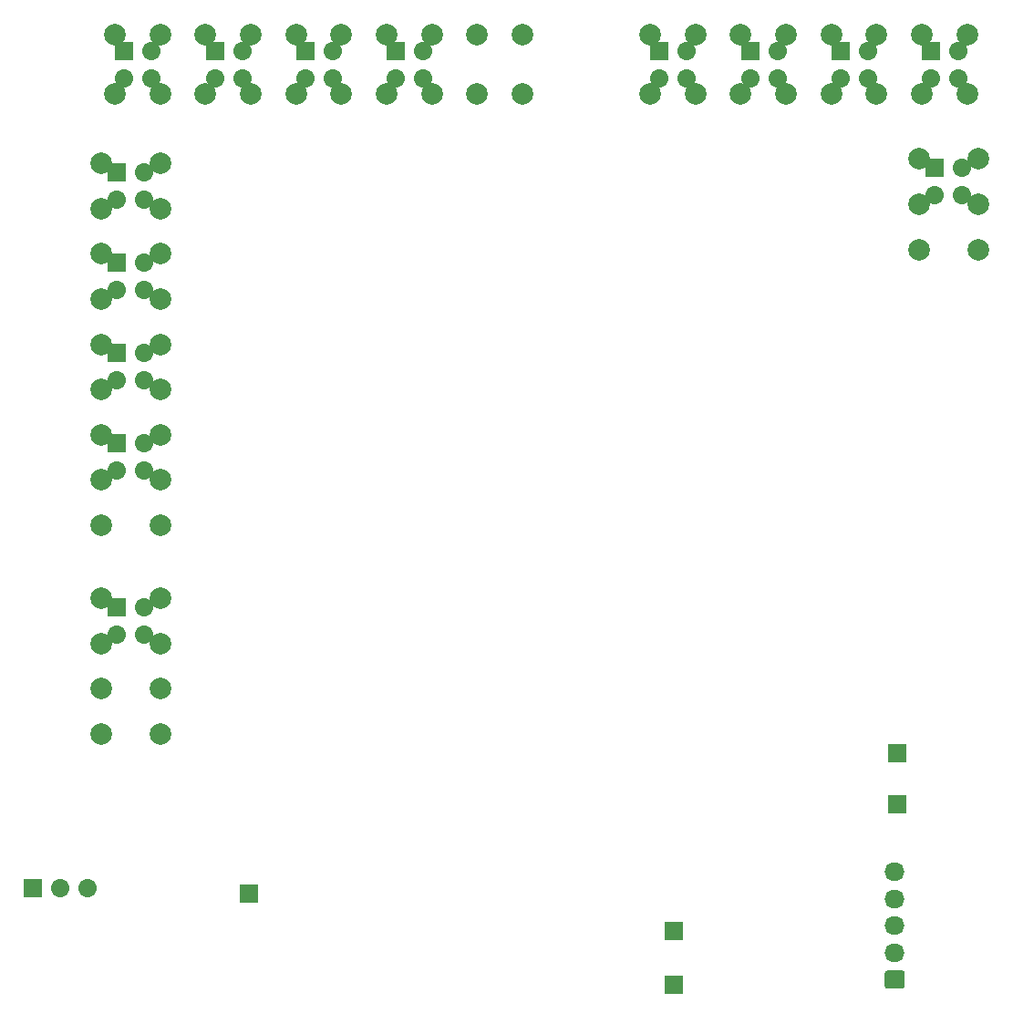
<source format=gtl>
G04 #@! TF.GenerationSoftware,KiCad,Pcbnew,7.0.9*
G04 #@! TF.CreationDate,2024-02-13T07:44:27+03:00*
G04 #@! TF.ProjectId,hellen1-uaefi,68656c6c-656e-4312-9d75-616566692e6b,rev?*
G04 #@! TF.SameCoordinates,PX55d4a80PY8f0d180*
G04 #@! TF.FileFunction,Copper,L1,Top*
G04 #@! TF.FilePolarity,Positive*
%FSLAX46Y46*%
G04 Gerber Fmt 4.6, Leading zero omitted, Abs format (unit mm)*
G04 Created by KiCad (PCBNEW 7.0.9) date 2024-02-13 07:44:27*
%MOMM*%
%LPD*%
G01*
G04 APERTURE LIST*
G04 #@! TA.AperFunction,ComponentPad*
%ADD10C,2.000000*%
G04 #@! TD*
G04 #@! TA.AperFunction,ComponentPad*
%ADD11C,1.700000*%
G04 #@! TD*
G04 #@! TA.AperFunction,ComponentPad*
%ADD12O,1.850000X1.700000*%
G04 #@! TD*
G04 #@! TA.AperFunction,ComponentPad*
%ADD13R,1.700000X1.700000*%
G04 #@! TD*
G04 #@! TA.AperFunction,ComponentPad*
%ADD14O,1.700000X1.700000*%
G04 #@! TD*
G04 #@! TA.AperFunction,Conductor*
%ADD15C,0.500000*%
G04 #@! TD*
G04 #@! TA.AperFunction,Conductor*
%ADD16C,0.200000*%
G04 #@! TD*
G04 APERTURE END LIST*
D10*
G04 #@! TO.P,P809,1,Pin_1*
G04 #@! TO.N,/GND_A4*
X9300126Y38400000D03*
G04 #@! TD*
G04 #@! TO.P,M801,A1,OUT_DC1-*
G04 #@! TO.N,/OUT_DC1-*
X9300126Y25800000D03*
G04 #@! TO.P,M801,A2,OUT_DC2-*
G04 #@! TO.N,/OUT_DC2-*
X9300126Y30000000D03*
G04 #@! TO.P,M801,A3,GND*
G04 #@! TO.N,/GND_A3*
X9300126Y34200000D03*
D11*
X10800126Y35050000D03*
D10*
G04 #@! TO.P,M801,A4,GND*
G04 #@! TO.N,/GND_A4*
X9300126Y38400000D03*
D11*
X10800126Y37590000D03*
D10*
G04 #@! TO.P,M801,A5,OUT_DC1+*
G04 #@! TO.N,/OUT_DC1+*
X14800126Y25800000D03*
G04 #@! TO.P,M801,A6,OUT_DC2+*
G04 #@! TO.N,/OUT_DC2+*
X14800126Y30000000D03*
D11*
G04 #@! TO.P,M801,A7,IN_VIGN*
G04 #@! TO.N,/12V_KEY*
X13340126Y35050000D03*
D10*
X14800126Y34200000D03*
D11*
G04 #@! TO.P,M801,A8,IN_V_MAIN*
G04 #@! TO.N,/12V*
X13340126Y37590000D03*
D10*
X14800126Y38400000D03*
G04 #@! TO.P,M801,B1,OUT_INJ6*
G04 #@! TO.N,/OUT_INJ6*
X9300126Y45200000D03*
G04 #@! TO.P,M801,B2,OUT_INJ5*
G04 #@! TO.N,/OUT_INJ5*
X9300126Y49400000D03*
D11*
X10800126Y50250000D03*
D10*
G04 #@! TO.P,M801,B3,OUT_INJ4*
G04 #@! TO.N,/OUT_INJ4*
X9300126Y53600000D03*
D11*
X10800126Y52790000D03*
D10*
G04 #@! TO.P,M801,B4,OUT_INJ3*
G04 #@! TO.N,/OUT_INJ3*
X9300126Y57800000D03*
D11*
X10800126Y58650000D03*
D10*
G04 #@! TO.P,M801,B5,OUT_INJ2*
G04 #@! TO.N,/OUT_INJ2*
X9300126Y62000000D03*
D11*
X10800126Y61190000D03*
D10*
G04 #@! TO.P,M801,B6,OUT_INJ1*
G04 #@! TO.N,/OUT_INJ1*
X9300126Y66200000D03*
D11*
X10800126Y67050000D03*
D10*
G04 #@! TO.P,M801,B7,OUT_LS1*
G04 #@! TO.N,/OUT_LS1*
X9300126Y70400000D03*
D11*
X10800126Y69590000D03*
D10*
G04 #@! TO.P,M801,B8,OUT_LS_WEAK2*
G04 #@! TO.N,/OUT_LS_HOT2*
X9300126Y74600000D03*
D11*
X10800126Y75450000D03*
D10*
G04 #@! TO.P,M801,B9,OUT_LS_WEAK1*
G04 #@! TO.N,/OUT_LS_HOT1*
X9300126Y78800000D03*
D11*
X10800126Y77990000D03*
D10*
G04 #@! TO.P,M801,B10,OUT_IGN6*
G04 #@! TO.N,/OUT_IGN6*
X14800126Y45200000D03*
D11*
G04 #@! TO.P,M801,B11,OUT_IGN4*
G04 #@! TO.N,/OUT_IGN4*
X13340126Y50250000D03*
D10*
X14800126Y49400000D03*
D11*
G04 #@! TO.P,M801,B12,OUT_IGN3*
G04 #@! TO.N,/OUT_IGN3*
X13340126Y52790000D03*
D10*
X14800126Y53600000D03*
D11*
G04 #@! TO.P,M801,B13,OUT_IGN5*
G04 #@! TO.N,/OUT_IGN5*
X13340126Y58650000D03*
D10*
X14800126Y57800000D03*
D11*
G04 #@! TO.P,M801,B14,OUT_IGN2*
G04 #@! TO.N,/OUT_IGN2*
X13340126Y61190000D03*
D10*
X14800126Y62000000D03*
D11*
G04 #@! TO.P,M801,B15,OUT_IGN1*
G04 #@! TO.N,/OUT_IGN1*
X13340126Y67050000D03*
D10*
X14800126Y66200000D03*
D11*
G04 #@! TO.P,M801,B16,OUT_LS4*
G04 #@! TO.N,/OUT_LS4*
X13340126Y69590000D03*
D10*
X14800126Y70400000D03*
D11*
G04 #@! TO.P,M801,B17,OUT_LS3*
G04 #@! TO.N,/OUT_LS3*
X13340126Y75450000D03*
D10*
X14800126Y74600000D03*
D11*
G04 #@! TO.P,M801,B18,OUT_LS2*
G04 #@! TO.N,/OUT_LS2*
X13340126Y77990000D03*
D10*
X14800126Y78800000D03*
G04 #@! TO.P,M801,C1,+5VP*
G04 #@! TO.N,/5VP_C1*
X10625126Y90725000D03*
D11*
X11475126Y89225000D03*
G04 #@! TO.P,M801,C2,+5VP*
G04 #@! TO.N,/5VP_C2*
X14015126Y89225000D03*
D10*
X14825126Y90725000D03*
G04 #@! TO.P,M801,C3,IN_AUX2*
G04 #@! TO.N,/IN_AUX2*
X19025126Y90725000D03*
D11*
X19875126Y89225000D03*
G04 #@! TO.P,M801,C4,IN_PPS2*
G04 #@! TO.N,/IN_PPS2*
X22415126Y89225000D03*
D10*
X23225126Y90725000D03*
G04 #@! TO.P,M801,C5,IN_HALL1*
G04 #@! TO.N,/IN_HALL1*
X27425126Y90725000D03*
D11*
X28275126Y89225000D03*
G04 #@! TO.P,M801,C6,IN_HALL2*
G04 #@! TO.N,/IN_HALL2*
X30815126Y89225000D03*
D10*
X31625126Y90725000D03*
G04 #@! TO.P,M801,C7,IN_HALL3*
G04 #@! TO.N,/IN_HALL3*
X35825126Y90725000D03*
D11*
X36675126Y89225000D03*
G04 #@! TO.P,M801,C8,GND*
G04 #@! TO.N,/GND_C8*
X39215126Y89225000D03*
D10*
X40025126Y90725000D03*
G04 #@! TO.P,M801,C9,IN_BUTTON3*
G04 #@! TO.N,/IN_BUTTON3*
X44225126Y90725000D03*
G04 #@! TO.P,M801,C10,EGT+*
G04 #@! TO.N,/EGT+*
X48425126Y90725000D03*
G04 #@! TO.P,M801,C11,GNDA*
G04 #@! TO.N,/GNDA_C11*
X10625126Y85225000D03*
D11*
X11475126Y86685000D03*
G04 #@! TO.P,M801,C12,GNDA*
G04 #@! TO.N,/GNDA_C12*
X14015126Y86685000D03*
D10*
X14825126Y85225000D03*
G04 #@! TO.P,M801,C13,GNDA*
G04 #@! TO.N,/GNDA_C13*
X19025126Y85225000D03*
D11*
X19875126Y86685000D03*
G04 #@! TO.P,M801,C14,IN_TPS2*
G04 #@! TO.N,/IN_TPS2*
X22415126Y86685000D03*
D10*
X23225126Y85225000D03*
G04 #@! TO.P,M801,C15,IN_AUX3*
G04 #@! TO.N,/IN_AUX3*
X27425126Y85225000D03*
D11*
X28275126Y86685000D03*
G04 #@! TO.P,M801,C16,VR_MAX9924+*
G04 #@! TO.N,/VR2+*
X30815126Y86685000D03*
D10*
X31625126Y85225000D03*
G04 #@! TO.P,M801,C17,VR_MAX9924-*
G04 #@! TO.N,/VR2-*
X35825126Y85225000D03*
D11*
X36675126Y86685000D03*
G04 #@! TO.P,M801,C18,VR_DISCRETE+*
G04 #@! TO.N,/VR1+*
X39215126Y86685000D03*
D10*
X40025126Y85225000D03*
G04 #@! TO.P,M801,C19,VR_DISCRETE-*
G04 #@! TO.N,/VR1-*
X44225126Y85225000D03*
G04 #@! TO.P,M801,C20,EGT-*
G04 #@! TO.N,/EGT-*
X48425126Y85225000D03*
G04 #@! TO.P,M801,D1,IN_AUX1*
G04 #@! TO.N,/IN_AUX1*
X60325126Y90725000D03*
D11*
X61175126Y89225000D03*
G04 #@! TO.P,M801,D2,IN_BUTTON1*
G04 #@! TO.N,/IN_BUTTON1*
X63715126Y89225000D03*
D10*
X64525126Y90725000D03*
G04 #@! TO.P,M801,D3,+5VP*
G04 #@! TO.N,/5VP_D3*
X68725126Y90725000D03*
D11*
X69575126Y89225000D03*
G04 #@! TO.P,M801,D4,+5VP*
G04 #@! TO.N,/5VP_D4*
X72115126Y89225000D03*
D10*
X72925126Y90725000D03*
G04 #@! TO.P,M801,D5,IN_FLEX*
G04 #@! TO.N,/IN_FLEX*
X77125126Y90725000D03*
D11*
X77975126Y89225000D03*
G04 #@! TO.P,M801,D6,IN_PPS1*
G04 #@! TO.N,/IN_PPS1*
X80515126Y89225000D03*
D10*
X81325126Y90725000D03*
G04 #@! TO.P,M801,D7,CAN+*
G04 #@! TO.N,/CAN+*
X85525126Y90725000D03*
D11*
X86375126Y89225000D03*
G04 #@! TO.P,M801,D8,CAN-*
G04 #@! TO.N,/CAN-*
X88915126Y89225000D03*
D10*
X89725126Y90725000D03*
G04 #@! TO.P,M801,D9,IN_MAP*
G04 #@! TO.N,/IN_MAP*
X60325126Y85225000D03*
D11*
X61175126Y86685000D03*
G04 #@! TO.P,M801,D10,IN_BUTTON2*
G04 #@! TO.N,/IN_BUTTON2*
X63715126Y86685000D03*
D10*
X64525126Y85225000D03*
G04 #@! TO.P,M801,D11,GNDA*
G04 #@! TO.N,/GNDA_D11*
X68725126Y85225000D03*
D11*
X69575126Y86685000D03*
G04 #@! TO.P,M801,D12,GNDA*
G04 #@! TO.N,/GNDA_D12*
X72115126Y86685000D03*
D10*
X72925126Y85225000D03*
G04 #@! TO.P,M801,D13,IN_TPS1*
G04 #@! TO.N,/IN_TPS1*
X77125126Y85225000D03*
D11*
X77975126Y86685000D03*
G04 #@! TO.P,M801,D14,IN_KNOCK_RAW*
G04 #@! TO.N,/IN_KNOCK_RAW*
X80515126Y86685000D03*
D10*
X81325126Y85225000D03*
G04 #@! TO.P,M801,D15,IN_IAT*
G04 #@! TO.N,/IN_IAT*
X85525126Y85225000D03*
D11*
X86375126Y86685000D03*
G04 #@! TO.P,M801,D16,IN_CLT*
G04 #@! TO.N,/IN_CLT*
X88915126Y86685000D03*
D10*
X89725126Y85225000D03*
D11*
G04 #@! TO.P,M801,E1,+12V_RAW*
G04 #@! TO.N,/WBO_12V*
X89290126Y78390000D03*
D10*
X90750126Y79200000D03*
D11*
G04 #@! TO.P,M801,E2,WBO_Rtrim*
G04 #@! TO.N,/WBO_Rtrim*
X89290126Y75850000D03*
D10*
X90750126Y75000000D03*
G04 #@! TO.P,M801,E3,WBO_Heater*
G04 #@! TO.N,/WBO_Heater*
X90750126Y70800000D03*
G04 #@! TO.P,M801,E4,WBO_Un*
G04 #@! TO.N,/WBO_Un*
X85250126Y79200000D03*
D11*
X86750126Y78390000D03*
D10*
G04 #@! TO.P,M801,E5,WBO_Ip*
G04 #@! TO.N,/WBO_Ip*
X85250126Y75000000D03*
D11*
X86750126Y75850000D03*
D10*
G04 #@! TO.P,M801,E6,WBO_Vm*
G04 #@! TO.N,/WBO_Vm*
X85250126Y70800000D03*
G04 #@! TO.P,M801,J1,VBUS*
G04 #@! TO.N,Net-(J801-Pin_1)*
G04 #@! TA.AperFunction,ComponentPad*
G36*
G01*
X83700126Y2150000D02*
X82350126Y2150000D01*
G75*
G02*
X82100126Y2400000I0J250000D01*
G01*
X82100126Y3600000D01*
G75*
G02*
X82350126Y3850000I250000J0D01*
G01*
X83700126Y3850000D01*
G75*
G02*
X83950126Y3600000I0J-250000D01*
G01*
X83950126Y2400000D01*
G75*
G02*
X83700126Y2150000I-250000J0D01*
G01*
G37*
G04 #@! TD.AperFunction*
D12*
G04 #@! TO.P,M801,J2,USB-*
G04 #@! TO.N,Net-(J801-Pin_2)*
X83025126Y5500000D03*
G04 #@! TO.P,M801,J3,USB+*
G04 #@! TO.N,Net-(J801-Pin_3)*
X83025126Y8000000D03*
G04 #@! TO.P,M801,J4,GND*
G04 #@! TO.N,Net-(J801-Pin_4)*
X83025126Y10500000D03*
G04 #@! TO.P,M801,J5,GND*
G04 #@! TO.N,Net-(J801-Pin_5)*
X83025126Y13000000D03*
D11*
G04 #@! TO.P,M801,P3,LED_YELLOW*
G04 #@! TO.N,Net-(M801-LED_YELLOW)*
X62525126Y2500000D03*
G04 #@! TO.P,M801,P4,LED_GREEN*
G04 #@! TO.N,Net-(M801-LED_GREEN)*
X62525126Y7500000D03*
G04 #@! TO.P,M801,P7,Rx*
G04 #@! TO.N,Net-(M801-Rx)*
X83225126Y24000000D03*
G04 #@! TO.P,M801,P8,Tx*
G04 #@! TO.N,Net-(M801-Tx)*
X83225126Y19300000D03*
G04 #@! TO.P,M801,P15,DC1_DIR*
G04 #@! TO.N,Net-(J802-Pin_2)*
X5565126Y11500000D03*
G04 #@! TO.P,M801,P16,DC2_DIR*
G04 #@! TO.N,Net-(J802-Pin_3)*
X8105126Y11500000D03*
G04 #@! TO.P,M801,P17,DC1_PWM*
G04 #@! TO.N,Net-(J802-Pin_1)*
X3025126Y11500000D03*
G04 #@! TO.P,M801,P18,DC2_PWM*
G04 #@! TO.N,Net-(M801-DC2_PWM)*
X23025126Y11000000D03*
G04 #@! TD*
D13*
G04 #@! TO.P,J805,1,Pin_1*
G04 #@! TO.N,/5VP_D3*
X69575126Y89225000D03*
D14*
G04 #@! TO.P,J805,2,Pin_2*
G04 #@! TO.N,/5VP_D4*
X72115126Y89225000D03*
G04 #@! TO.P,J805,3,Pin_3*
G04 #@! TO.N,/GNDA_D11*
X69575126Y86685000D03*
G04 #@! TO.P,J805,4,Pin_4*
G04 #@! TO.N,/GNDA_D12*
X72115126Y86685000D03*
G04 #@! TD*
D10*
G04 #@! TO.P,P825,1,Pin_1*
G04 #@! TO.N,/OUT_IGN3*
X14800126Y53600000D03*
G04 #@! TD*
G04 #@! TO.P,P859,1,Pin_1*
G04 #@! TO.N,/CAN-*
X89725126Y90725000D03*
G04 #@! TD*
G04 #@! TO.P,P824,1,Pin_1*
G04 #@! TO.N,/OUT_IGN4*
X14800126Y49400000D03*
G04 #@! TD*
G04 #@! TO.P,P834,1,Pin_1*
G04 #@! TO.N,/IN_AUX2*
X19025126Y90725000D03*
G04 #@! TD*
G04 #@! TO.P,P819,1,Pin_1*
G04 #@! TO.N,/OUT_INJ1*
X9300126Y66200000D03*
G04 #@! TD*
G04 #@! TO.P,P852,1,Pin_1*
G04 #@! TO.N,/IN_AUX1*
X60325126Y90725000D03*
G04 #@! TD*
G04 #@! TO.P,P867,1,Pin_1*
G04 #@! TO.N,/IN_CLT*
X89725126Y85225000D03*
G04 #@! TD*
G04 #@! TO.P,P818,1,Pin_1*
G04 #@! TO.N,/OUT_INJ2*
X9300126Y62000000D03*
G04 #@! TD*
G04 #@! TO.P,P817,1,Pin_1*
G04 #@! TO.N,/OUT_INJ3*
X9300126Y57800000D03*
G04 #@! TD*
G04 #@! TO.P,P841,1,Pin_1*
G04 #@! TO.N,/EGT+*
X48425126Y90725000D03*
G04 #@! TD*
G04 #@! TO.P,P872,1,Pin_1*
G04 #@! TO.N,/WBO_Ip*
X85250126Y75000000D03*
G04 #@! TD*
G04 #@! TO.P,P857,1,Pin_1*
G04 #@! TO.N,/IN_PPS1*
X81325126Y90725000D03*
G04 #@! TD*
G04 #@! TO.P,P840,1,Pin_1*
G04 #@! TO.N,/IN_BUTTON3*
X44225126Y90725000D03*
G04 #@! TD*
G04 #@! TO.P,P837,1,Pin_1*
G04 #@! TO.N,/IN_HALL2*
X31625126Y90725000D03*
G04 #@! TD*
G04 #@! TO.P,P822,1,Pin_1*
G04 #@! TO.N,/OUT_LS_HOT1*
X9300126Y78800000D03*
G04 #@! TD*
G04 #@! TO.P,P870,1,Pin_1*
G04 #@! TO.N,/WBO_Heater*
X90750126Y70800000D03*
G04 #@! TD*
D13*
G04 #@! TO.P,P802,1,Pin_1*
G04 #@! TO.N,Net-(M801-Tx)*
X83225126Y19300000D03*
G04 #@! TD*
G04 #@! TO.P,J815,1,Pin_1*
G04 #@! TO.N,/IN_HALL3*
X36675126Y89225000D03*
D14*
G04 #@! TO.P,J815,2,Pin_2*
G04 #@! TO.N,/GND_C8*
X39215126Y89225000D03*
G04 #@! TO.P,J815,3,Pin_3*
G04 #@! TO.N,/VR2-*
X36675126Y86685000D03*
G04 #@! TO.P,J815,4,Pin_4*
G04 #@! TO.N,/VR1+*
X39215126Y86685000D03*
G04 #@! TD*
D10*
G04 #@! TO.P,P865,1,Pin_1*
G04 #@! TO.N,/IN_KNOCK_RAW*
X81325126Y85225000D03*
G04 #@! TD*
G04 #@! TO.P,P835,1,Pin_1*
G04 #@! TO.N,/IN_PPS2*
X23225126Y90725000D03*
G04 #@! TD*
D13*
G04 #@! TO.P,P801,1,Pin_1*
G04 #@! TO.N,Net-(M801-Rx)*
X83225126Y24000000D03*
G04 #@! TD*
D10*
G04 #@! TO.P,P816,1,Pin_1*
G04 #@! TO.N,/OUT_INJ4*
X9300126Y53600000D03*
G04 #@! TD*
G04 #@! TO.P,P838,1,Pin_1*
G04 #@! TO.N,/IN_HALL3*
X35825126Y90725000D03*
G04 #@! TD*
G04 #@! TO.P,P848,1,Pin_1*
G04 #@! TO.N,/VR2-*
X35825126Y85225000D03*
G04 #@! TD*
G04 #@! TO.P,P866,1,Pin_1*
G04 #@! TO.N,/IN_IAT*
X85525126Y85225000D03*
G04 #@! TD*
G04 #@! TO.P,P813,1,Pin_1*
G04 #@! TO.N,/12V*
X14800126Y38400000D03*
G04 #@! TD*
D13*
G04 #@! TO.P,J806,1,Pin_1*
G04 #@! TO.N,/OUT_LS_HOT1*
X10800126Y77990000D03*
D14*
G04 #@! TO.P,J806,2,Pin_2*
G04 #@! TO.N,/OUT_LS2*
X13340126Y77990000D03*
G04 #@! TO.P,J806,3,Pin_3*
G04 #@! TO.N,/OUT_LS_HOT2*
X10800126Y75450000D03*
G04 #@! TO.P,J806,4,Pin_4*
G04 #@! TO.N,/OUT_LS3*
X13340126Y75450000D03*
G04 #@! TD*
D10*
G04 #@! TO.P,P830,1,Pin_1*
G04 #@! TO.N,/OUT_LS3*
X14800126Y74600000D03*
G04 #@! TD*
G04 #@! TO.P,P853,1,Pin_1*
G04 #@! TO.N,/IN_BUTTON1*
X64525126Y90725000D03*
G04 #@! TD*
G04 #@! TO.P,P854,1,Pin_1*
G04 #@! TO.N,/5VP_D3*
X68725126Y90725000D03*
G04 #@! TD*
D13*
G04 #@! TO.P,J816,1,Pin_1*
G04 #@! TO.N,/OUT_INJ4*
X10800126Y52790000D03*
D14*
G04 #@! TO.P,J816,2,Pin_2*
G04 #@! TO.N,/OUT_IGN3*
X13340126Y52790000D03*
G04 #@! TO.P,J816,3,Pin_3*
G04 #@! TO.N,/OUT_INJ5*
X10800126Y50250000D03*
G04 #@! TO.P,J816,4,Pin_4*
G04 #@! TO.N,/OUT_IGN4*
X13340126Y50250000D03*
G04 #@! TD*
G04 #@! TO.P,J801,1,Pin_1*
G04 #@! TO.N,Net-(J801-Pin_1)*
G04 #@! TA.AperFunction,ComponentPad*
G36*
G01*
X83700126Y2150000D02*
X82350126Y2150000D01*
G75*
G02*
X82100126Y2400000I0J250000D01*
G01*
X82100126Y3600000D01*
G75*
G02*
X82350126Y3850000I250000J0D01*
G01*
X83700126Y3850000D01*
G75*
G02*
X83950126Y3600000I0J-250000D01*
G01*
X83950126Y2400000D01*
G75*
G02*
X83700126Y2150000I-250000J0D01*
G01*
G37*
G04 #@! TD.AperFunction*
D12*
G04 #@! TO.P,J801,2,Pin_2*
G04 #@! TO.N,Net-(J801-Pin_2)*
X83025126Y5500000D03*
G04 #@! TO.P,J801,3,Pin_3*
G04 #@! TO.N,Net-(J801-Pin_3)*
X83025126Y8000000D03*
G04 #@! TO.P,J801,4,Pin_4*
G04 #@! TO.N,Net-(J801-Pin_4)*
X83025126Y10500000D03*
G04 #@! TO.P,J801,5,Pin_5*
G04 #@! TO.N,Net-(J801-Pin_5)*
X83025126Y13000000D03*
G04 #@! TD*
D13*
G04 #@! TO.P,J809,1,Pin_1*
G04 #@! TO.N,/OUT_LS1*
X10800126Y69590000D03*
D14*
G04 #@! TO.P,J809,2,Pin_2*
G04 #@! TO.N,/OUT_LS4*
X13340126Y69590000D03*
G04 #@! TO.P,J809,3,Pin_3*
G04 #@! TO.N,/OUT_INJ1*
X10800126Y67050000D03*
G04 #@! TO.P,J809,4,Pin_4*
G04 #@! TO.N,/OUT_IGN1*
X13340126Y67050000D03*
G04 #@! TD*
D10*
G04 #@! TO.P,P861,1,Pin_1*
G04 #@! TO.N,/IN_BUTTON2*
X64525126Y85225000D03*
G04 #@! TD*
G04 #@! TO.P,P864,1,Pin_1*
G04 #@! TO.N,/IN_TPS1*
X77125126Y85225000D03*
G04 #@! TD*
G04 #@! TO.P,P855,1,Pin_1*
G04 #@! TO.N,/5VP_D4*
X72925126Y90725000D03*
G04 #@! TD*
G04 #@! TO.P,P811,1,Pin_1*
G04 #@! TO.N,/OUT_DC2+*
X14800126Y30000000D03*
G04 #@! TD*
G04 #@! TO.P,P849,1,Pin_1*
G04 #@! TO.N,/VR1+*
X40025126Y85225000D03*
G04 #@! TD*
G04 #@! TO.P,P828,1,Pin_1*
G04 #@! TO.N,/OUT_IGN1*
X14800126Y66200000D03*
G04 #@! TD*
G04 #@! TO.P,P860,1,Pin_1*
G04 #@! TO.N,/IN_MAP*
X60325126Y85225000D03*
G04 #@! TD*
D13*
G04 #@! TO.P,J814,1,Pin_1*
G04 #@! TO.N,/CAN+*
X86375126Y89225000D03*
D14*
G04 #@! TO.P,J814,2,Pin_2*
G04 #@! TO.N,/CAN-*
X88915126Y89225000D03*
G04 #@! TO.P,J814,3,Pin_3*
G04 #@! TO.N,/IN_IAT*
X86375126Y86685000D03*
G04 #@! TO.P,J814,4,Pin_4*
G04 #@! TO.N,/IN_CLT*
X88915126Y86685000D03*
G04 #@! TD*
D10*
G04 #@! TO.P,P807,1,Pin_1*
G04 #@! TO.N,/OUT_DC2-*
X9300126Y30000000D03*
G04 #@! TD*
G04 #@! TO.P,P832,1,Pin_1*
G04 #@! TO.N,/5VP_C1*
X10625126Y90725000D03*
G04 #@! TD*
D13*
G04 #@! TO.P,J812,1,Pin_1*
G04 #@! TO.N,/WBO_Un*
X86750126Y78390000D03*
D14*
G04 #@! TO.P,J812,2,Pin_2*
G04 #@! TO.N,/WBO_12V*
X89290126Y78390000D03*
G04 #@! TO.P,J812,3,Pin_3*
G04 #@! TO.N,/WBO_Ip*
X86750126Y75850000D03*
G04 #@! TO.P,J812,4,Pin_4*
G04 #@! TO.N,/WBO_Rtrim*
X89290126Y75850000D03*
G04 #@! TD*
D10*
G04 #@! TO.P,P871,1,Pin_1*
G04 #@! TO.N,/WBO_Un*
X85250126Y79200000D03*
G04 #@! TD*
G04 #@! TO.P,P863,1,Pin_1*
G04 #@! TO.N,/GNDA_D12*
X72925126Y85225000D03*
G04 #@! TD*
G04 #@! TO.P,P820,1,Pin_1*
G04 #@! TO.N,/OUT_LS1*
X9300126Y70400000D03*
G04 #@! TD*
G04 #@! TO.P,P844,1,Pin_1*
G04 #@! TO.N,/GNDA_C13*
X19025126Y85225000D03*
G04 #@! TD*
D13*
G04 #@! TO.P,J804,1,Pin_1*
G04 #@! TO.N,/IN_AUX1*
X61175126Y89225000D03*
D14*
G04 #@! TO.P,J804,2,Pin_2*
G04 #@! TO.N,/IN_BUTTON1*
X63715126Y89225000D03*
G04 #@! TO.P,J804,3,Pin_3*
G04 #@! TO.N,/IN_MAP*
X61175126Y86685000D03*
G04 #@! TO.P,J804,4,Pin_4*
G04 #@! TO.N,/IN_BUTTON2*
X63715126Y86685000D03*
G04 #@! TD*
D13*
G04 #@! TO.P,P804,1,Pin_1*
G04 #@! TO.N,Net-(M801-LED_GREEN)*
X62525126Y7500000D03*
G04 #@! TD*
G04 #@! TO.P,J803,1,Pin_1*
G04 #@! TO.N,/GND_A4*
X10800126Y37590000D03*
D14*
G04 #@! TO.P,J803,2,Pin_2*
G04 #@! TO.N,/12V*
X13340126Y37590000D03*
G04 #@! TO.P,J803,3,Pin_3*
G04 #@! TO.N,/GND_A3*
X10800126Y35050000D03*
G04 #@! TO.P,J803,4,Pin_4*
G04 #@! TO.N,/12V_KEY*
X13340126Y35050000D03*
G04 #@! TD*
D10*
G04 #@! TO.P,P847,1,Pin_1*
G04 #@! TO.N,/VR2+*
X31625126Y85225000D03*
G04 #@! TD*
G04 #@! TO.P,P808,1,Pin_1*
G04 #@! TO.N,/GND_A3*
X9300126Y34200000D03*
G04 #@! TD*
D13*
G04 #@! TO.P,J802,1,Pin_1*
G04 #@! TO.N,Net-(J802-Pin_1)*
X3025126Y11500000D03*
D14*
G04 #@! TO.P,J802,2,Pin_2*
G04 #@! TO.N,Net-(J802-Pin_2)*
X5565126Y11500000D03*
G04 #@! TO.P,J802,3,Pin_3*
G04 #@! TO.N,Net-(J802-Pin_3)*
X8105126Y11500000D03*
G04 #@! TD*
D13*
G04 #@! TO.P,J807,1,Pin_1*
G04 #@! TO.N,/5VP_C1*
X11475126Y89225000D03*
D14*
G04 #@! TO.P,J807,2,Pin_2*
G04 #@! TO.N,/5VP_C2*
X14015126Y89225000D03*
G04 #@! TO.P,J807,3,Pin_3*
G04 #@! TO.N,/GNDA_C11*
X11475126Y86685000D03*
G04 #@! TO.P,J807,4,Pin_4*
G04 #@! TO.N,/GNDA_C12*
X14015126Y86685000D03*
G04 #@! TD*
D10*
G04 #@! TO.P,P831,1,Pin_1*
G04 #@! TO.N,/OUT_LS2*
X14800126Y78800000D03*
G04 #@! TD*
G04 #@! TO.P,P814,1,Pin_1*
G04 #@! TO.N,/OUT_INJ6*
X9300126Y45200000D03*
G04 #@! TD*
G04 #@! TO.P,P858,1,Pin_1*
G04 #@! TO.N,/CAN+*
X85525126Y90725000D03*
G04 #@! TD*
G04 #@! TO.P,P869,1,Pin_1*
G04 #@! TO.N,/WBO_Rtrim*
X90750126Y75000000D03*
G04 #@! TD*
D13*
G04 #@! TO.P,P805,1,Pin_1*
G04 #@! TO.N,Net-(M801-DC2_PWM)*
X23025126Y11000000D03*
G04 #@! TD*
D10*
G04 #@! TO.P,P846,1,Pin_1*
G04 #@! TO.N,/IN_AUX3*
X27425126Y85225000D03*
G04 #@! TD*
G04 #@! TO.P,P868,1,Pin_1*
G04 #@! TO.N,/WBO_12V*
X90750126Y79200000D03*
G04 #@! TD*
G04 #@! TO.P,P812,1,Pin_1*
G04 #@! TO.N,/12V_KEY*
X14800126Y34200000D03*
G04 #@! TD*
G04 #@! TO.P,P839,1,Pin_1*
G04 #@! TO.N,/GND_C8*
X40025126Y90725000D03*
G04 #@! TD*
G04 #@! TO.P,P850,1,Pin_1*
G04 #@! TO.N,/VR1-*
X44225126Y85225000D03*
G04 #@! TD*
D13*
G04 #@! TO.P,J811,1,Pin_1*
G04 #@! TO.N,/IN_HALL1*
X28275126Y89225000D03*
D14*
G04 #@! TO.P,J811,2,Pin_2*
G04 #@! TO.N,/IN_HALL2*
X30815126Y89225000D03*
G04 #@! TO.P,J811,3,Pin_3*
G04 #@! TO.N,/IN_AUX3*
X28275126Y86685000D03*
G04 #@! TO.P,J811,4,Pin_4*
G04 #@! TO.N,/VR2+*
X30815126Y86685000D03*
G04 #@! TD*
D13*
G04 #@! TO.P,J810,1,Pin_1*
G04 #@! TO.N,/IN_FLEX*
X77975126Y89225000D03*
D14*
G04 #@! TO.P,J810,2,Pin_2*
G04 #@! TO.N,/IN_PPS1*
X80515126Y89225000D03*
G04 #@! TO.P,J810,3,Pin_3*
G04 #@! TO.N,/IN_TPS1*
X77975126Y86685000D03*
G04 #@! TO.P,J810,4,Pin_4*
G04 #@! TO.N,/IN_KNOCK_RAW*
X80515126Y86685000D03*
G04 #@! TD*
D13*
G04 #@! TO.P,J808,1,Pin_1*
G04 #@! TO.N,/IN_AUX2*
X19875126Y89225000D03*
D14*
G04 #@! TO.P,J808,2,Pin_2*
G04 #@! TO.N,/IN_PPS2*
X22415126Y89225000D03*
G04 #@! TO.P,J808,3,Pin_3*
G04 #@! TO.N,/GNDA_C13*
X19875126Y86685000D03*
G04 #@! TO.P,J808,4,Pin_4*
G04 #@! TO.N,/IN_TPS2*
X22415126Y86685000D03*
G04 #@! TD*
D10*
G04 #@! TO.P,P827,1,Pin_1*
G04 #@! TO.N,/OUT_IGN2*
X14800126Y62000000D03*
G04 #@! TD*
G04 #@! TO.P,P833,1,Pin_1*
G04 #@! TO.N,/5VP_C2*
X14825126Y90725000D03*
G04 #@! TD*
G04 #@! TO.P,P821,1,Pin_1*
G04 #@! TO.N,/OUT_LS_HOT2*
X9300126Y74600000D03*
G04 #@! TD*
G04 #@! TO.P,P806,1,Pin_1*
G04 #@! TO.N,/OUT_DC1-*
X9300126Y25800000D03*
G04 #@! TD*
D13*
G04 #@! TO.P,J813,1,Pin_1*
G04 #@! TO.N,/OUT_INJ2*
X10800126Y61190000D03*
D14*
G04 #@! TO.P,J813,2,Pin_2*
G04 #@! TO.N,/OUT_IGN2*
X13340126Y61190000D03*
G04 #@! TO.P,J813,3,Pin_3*
G04 #@! TO.N,/OUT_INJ3*
X10800126Y58650000D03*
G04 #@! TO.P,J813,4,Pin_4*
G04 #@! TO.N,/OUT_IGN5*
X13340126Y58650000D03*
G04 #@! TD*
D10*
G04 #@! TO.P,P842,1,Pin_1*
G04 #@! TO.N,/GNDA_C11*
X10625126Y85225000D03*
G04 #@! TD*
G04 #@! TO.P,P851,1,Pin_1*
G04 #@! TO.N,/EGT-*
X48425126Y85225000D03*
G04 #@! TD*
G04 #@! TO.P,P856,1,Pin_1*
G04 #@! TO.N,/IN_FLEX*
X77125126Y90725000D03*
G04 #@! TD*
D13*
G04 #@! TO.P,P803,1,Pin_1*
G04 #@! TO.N,Net-(M801-LED_YELLOW)*
X62525126Y2500000D03*
G04 #@! TD*
D10*
G04 #@! TO.P,P845,1,Pin_1*
G04 #@! TO.N,/IN_TPS2*
X23225126Y85225000D03*
G04 #@! TD*
G04 #@! TO.P,P836,1,Pin_1*
G04 #@! TO.N,/IN_HALL1*
X27425126Y90725000D03*
G04 #@! TD*
G04 #@! TO.P,P843,1,Pin_1*
G04 #@! TO.N,/GNDA_C12*
X14825126Y85225000D03*
G04 #@! TD*
G04 #@! TO.P,P826,1,Pin_1*
G04 #@! TO.N,/OUT_IGN5*
X14800126Y57800000D03*
G04 #@! TD*
G04 #@! TO.P,P810,1,Pin_1*
G04 #@! TO.N,/OUT_DC1+*
X14800126Y25800000D03*
G04 #@! TD*
G04 #@! TO.P,P873,1,Pin_1*
G04 #@! TO.N,/WBO_Vm*
X85250126Y70800000D03*
G04 #@! TD*
G04 #@! TO.P,P829,1,Pin_1*
G04 #@! TO.N,/OUT_LS4*
X14800126Y70400000D03*
G04 #@! TD*
G04 #@! TO.P,P815,1,Pin_1*
G04 #@! TO.N,/OUT_INJ5*
X9300126Y49400000D03*
G04 #@! TD*
G04 #@! TO.P,P862,1,Pin_1*
G04 #@! TO.N,/GNDA_D11*
X68725126Y85225000D03*
G04 #@! TD*
G04 #@! TO.P,P823,1,Pin_1*
G04 #@! TO.N,/OUT_IGN6*
X14800126Y45200000D03*
G04 #@! TD*
D15*
G04 #@! TO.N,/IN_PPS1*
X81032233Y89767107D02*
X80452563Y89187437D01*
X81325126Y90725000D02*
X81325126Y90474214D01*
X81032245Y89767095D02*
G75*
G03*
X81325126Y90474214I-707145J707105D01*
G01*
G04 #@! TO.N,/IN_FLEX*
X77125126Y90725000D02*
X77125126Y90389088D01*
X77418019Y89681981D02*
X77912563Y89187437D01*
X77125110Y90389088D02*
G75*
G03*
X77418019Y89681981I999990J12D01*
G01*
D16*
G04 #@! TO.N,/IN_KNOCK_RAW*
X81325126Y85225000D02*
X81325126Y85774874D01*
X81325126Y85774874D02*
X80452563Y86647437D01*
G04 #@! TO.N,/IN_TPS1*
X77125126Y85860000D02*
X77912563Y86647437D01*
X77125126Y85225000D02*
X77125126Y85860000D01*
D15*
G04 #@! TO.N,/CAN-*
X89432233Y89707107D02*
X88912563Y89187437D01*
X89725126Y90725000D02*
X89725126Y90414214D01*
X89432245Y89707095D02*
G75*
G03*
X89725126Y90414214I-707145J707105D01*
G01*
G04 #@! TO.N,/CAN+*
X85818019Y89741981D02*
X86372563Y89187437D01*
X85525126Y90725000D02*
X85525126Y90449088D01*
X85525110Y90449088D02*
G75*
G03*
X85818019Y89741981I999990J12D01*
G01*
D16*
G04 #@! TO.N,/IN_CLT*
X89725126Y85225000D02*
X89725126Y85834874D01*
X89725126Y85834874D02*
X88912563Y86647437D01*
G04 #@! TO.N,/IN_IAT*
X85525126Y85245000D02*
X85525126Y85800000D01*
X85525126Y85800000D02*
X86372563Y86647437D01*
G04 #@! TD*
M02*

</source>
